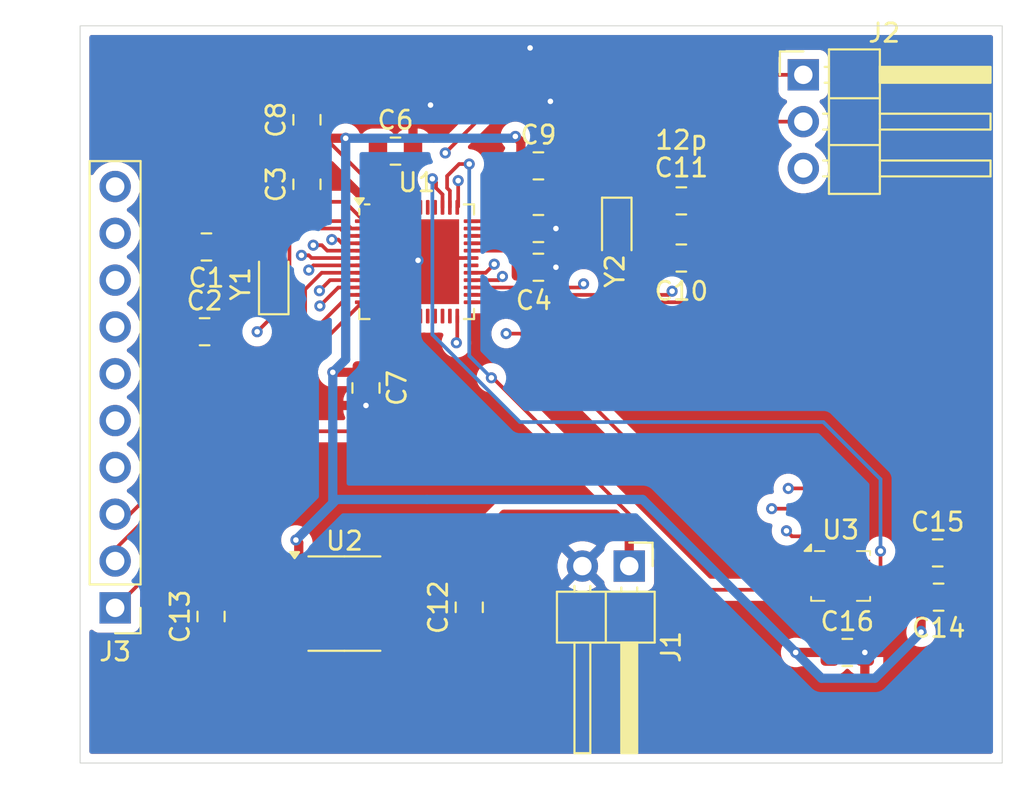
<source format=kicad_pcb>
(kicad_pcb (version 20241229) (generator "pcbnew") (generator_version "9.0")
  (layers (0 "F.Cu" signal) (4 "In1.Cu" signal) (6 "In2.Cu" signal) (2 "B.Cu" signal) (13 "F.Paste" user) (15 "B.Paste" user) (5 "F.SilkS" user "F.Silkscreen") (7 "B.SilkS" user "B.Silkscreen") (1 "F.Mask" user) (3 "B.Mask" user) (25 "Edge.Cuts" user))
  (net 0 "")
  (net 1 "GND")
  (net 2 "Net-(U1-P0.00{slash}XL1)")
  (net 3 "Net-(U1-P0.01{slash}XL2)")
  (net 4 "Net-(U1-DEC1)")
  (net 5 "Net-(U1-DEC2)")
  (net 6 "Net-(U1-DEC3)")
  (net 7 "Net-(U1-DEC4)")
  (net 8 "VDD")
  (net 9 "/crystal1")
  (net 10 "/crystal2")
  (net 11 "Net-(J1-Pin_1)")
  (net 12 "Net-(J2-Pin_1)")
  (net 13 "Net-(J2-Pin_3)")
  (net 14 "Net-(J2-Pin_2)")
  (net 15 "Net-(J3-Pin_3)")
  (net 16 "Net-(J3-Pin_2)")
  (net 17 "Net-(J3-Pin_9)")
  (net 18 "Net-(J3-Pin_8)")
  (net 19 "Net-(J3-Pin_6)")
  (net 20 "Net-(J3-Pin_1)")
  (net 21 "Net-(J3-Pin_4)")
  (net 22 "Net-(J3-Pin_7)")
  (net 23 "Net-(J3-Pin_5)")
  (net 24 "Net-(J3-Pin_10)")
  (net 34 "Net-(U1-P0.23)")
  (net 35 "Net-(U1-P0.22)")
  (net 36 "/imu_int2")
  (net 42 "Net-(U1-P0.25)")
  (net 43 "Net-(U1-P0.24)")
  (net 45 "/imu_int1")
  (footprint "Capacitor_SMD:C_0805_2012Metric" (layer "F.Cu") (at 166.25 81.1 180)
    (property "Reference" "C14" (at 0 -1.68 0) (layer "F.SilkS"))
    (property "Value" "2.2u")
    (fp_line (start -0.261252 0.735) (end 0.261252 0.735) (stroke (width 0.12)) (layer "F.SilkS"))
    (fp_line (start -0.261252 -0.735) (end 0.261252 -0.735) (stroke (width 0.12)) (layer "F.SilkS"))
    (pad "1" smd roundrect (at -0.95 0 180) (size 1 1.45) (layers "F.Cu" "F.Mask" "F.Paste") (net 1 "GND"))
    (pad "2" smd roundrect (at 0.95 0 180) (size 1 1.45) (layers "F.Cu" "F.Mask" "F.Paste") (net 8 "VDD"))
  )
  (footprint "Connector_PinHeader_2.54mm:PinHeader_1x10_P2.54mm_Vertical" (layer "F.Cu") (at 121.6 81.68 180)
    (property "Reference" "J3" (at 0 -2.38 0) (layer "F.SilkS"))
    (property "Value" "Conn_01x10_Pin")
    (fp_line (start 1.38 1.27) (end 1.38 24.24) (stroke (width 0.12)) (layer "F.SilkS"))
    (fp_line (start -1.38 24.24) (end 1.38 24.24) (stroke (width 0.12)) (layer "F.SilkS"))
    (fp_line (start -1.38 1.27) (end 1.38 1.27) (stroke (width 0.12)) (layer "F.SilkS"))
    (fp_line (start -1.38 1.27) (end -1.38 24.24) (stroke (width 0.12)) (layer "F.SilkS"))
    (fp_line (start -1.38 0) (end -1.38 -1.38) (stroke (width 0.12)) (layer "F.SilkS"))
    (fp_line (start -1.38 -1.38) (end 0 -1.38) (stroke (width 0.12)) (layer "F.SilkS"))
    (pad "1" thru_hole rect (at 0 0 180) (size 1.7 1.7) (drill 1) (layers "*.Cu" "*.Mask") (net 20 "Net-(J3-Pin_1)"))
    (pad "2" thru_hole circle (at 0 2.54 180) (size 1.7 1.7) (drill 1) (layers "*.Cu" "*.Mask") (net 16 "Net-(J3-Pin_2)"))
    (pad "3" thru_hole circle (at 0 5.08 180) (size 1.7 1.7) (drill 1) (layers "*.Cu" "*.Mask") (net 15 "Net-(J3-Pin_3)"))
    (pad "4" thru_hole circle (at 0 7.62 180) (size 1.7 1.7) (drill 1) (layers "*.Cu" "*.Mask") (net 21 "Net-(J3-Pin_4)"))
    (pad "5" thru_hole circle (at 0 10.16 180) (size 1.7 1.7) (drill 1) (layers "*.Cu" "*.Mask") (net 23 "Net-(J3-Pin_5)"))
    (pad "6" thru_hole circle (at 0 12.7 180) (size 1.7 1.7) (drill 1) (layers "*.Cu" "*.Mask") (net 19 "Net-(J3-Pin_6)"))
    (pad "7" thru_hole circle (at 0 15.24 180) (size 1.7 1.7) (drill 1) (layers "*.Cu" "*.Mask") (net 22 "Net-(J3-Pin_7)"))
    (pad "8" thru_hole circle (at 0 17.78 180) (size 1.7 1.7) (drill 1) (layers "*.Cu" "*.Mask") (net 18 "Net-(J3-Pin_8)"))
    (pad "9" thru_hole circle (at 0 20.32 180) (size 1.7 1.7) (drill 1) (layers "*.Cu" "*.Mask") (net 17 "Net-(J3-Pin_9)"))
    (pad "10" thru_hole circle (at 0 22.86 180) (size 1.7 1.7) (drill 1) (layers "*.Cu" "*.Mask") (net 24 "Net-(J3-Pin_10)"))
  )
  (footprint "Capacitor_SMD:C_0805_2012Metric" (layer "F.Cu") (at 132 58.7 90)
    (property "Reference" "C3" (at 0 -1.68 90) (layer "F.SilkS"))
    (property "Value" "100n")
    (fp_line (start -0.261252 -0.735) (end 0.261252 -0.735) (stroke (width 0.12)) (layer "F.SilkS"))
    (fp_line (start -0.261252 0.735) (end 0.261252 0.735) (stroke (width 0.12)) (layer "F.SilkS"))
    (pad "1" smd roundrect (at -0.95 0 90) (size 1 1.45) (layers "F.Cu" "F.Mask" "F.Paste") (net 4 "Net-(U1-DEC1)"))
    (pad "2" smd roundrect (at 0.95 0 90) (size 1 1.45) (layers "F.Cu" "F.Mask" "F.Paste") (net 1 "GND"))
  )
  (footprint "Crystal:Crystal_SMD_2012-2Pin_2.0x1.2mm_HandSoldering" (layer "F.Cu") (at 148.8 61.075 -90)
    (property "Reference" "Y2" (at 2.325 0.1 90) (layer "F.SilkS"))
    (property "Value" "32Mz")
    (fp_line (start -1.65 0.8) (end 1.2 0.8) (stroke (width 0.12)) (layer "F.SilkS"))
    (fp_line (start -1.65 -0.8) (end -1.65 0.8) (stroke (width 0.12)) (layer "F.SilkS"))
    (fp_line (start 1.2 -0.8) (end -1.65 -0.8) (stroke (width 0.12)) (layer "F.SilkS"))
    (pad "1" smd rect (at -0.925 0 270) (size 1.05 1.1) (layers "F.Cu" "F.Mask" "F.Paste") (net 10 "/crystal2"))
    (pad "2" smd rect (at 0.925 0 270) (size 1.05 1.1) (layers "F.Cu" "F.Mask" "F.Paste") (net 9 "/crystal1"))
  )
  (footprint "Capacitor_SMD:C_0805_2012Metric" (layer "F.Cu") (at 166.2 78.7)
    (property "Reference" "C15" (at 0 -1.68 0) (layer "F.SilkS"))
    (property "Value" "100n")
    (fp_line (start -0.261252 -0.735) (end 0.261252 -0.735) (stroke (width 0.12)) (layer "F.SilkS"))
    (fp_line (start -0.261252 0.735) (end 0.261252 0.735) (stroke (width 0.12)) (layer "F.SilkS"))
    (pad "1" smd roundrect (at -0.95 0) (size 1 1.45) (layers "F.Cu" "F.Mask" "F.Paste") (net 8 "VDD"))
    (pad "2" smd roundrect (at 0.95 0) (size 1 1.45) (layers "F.Cu" "F.Mask" "F.Paste") (net 1 "GND"))
  )
  (footprint "Capacitor_SMD:C_0805_2012Metric" (layer "F.Cu") (at 136.8 56.9)
    (property "Reference" "C6" (at 0 -1.68 0) (layer "F.SilkS"))
    (property "Value" "1u")
    (fp_line (start -0.261252 -0.735) (end 0.261252 -0.735) (stroke (width 0.12)) (layer "F.SilkS"))
    (fp_line (start -0.261252 0.735) (end 0.261252 0.735) (stroke (width 0.12)) (layer "F.SilkS"))
    (pad "1" smd roundrect (at -0.95 0) (size 1 1.45) (layers "F.Cu" "F.Mask" "F.Paste") (net 7 "Net-(U1-DEC4)"))
    (pad "2" smd roundrect (at 0.95 0) (size 1 1.45) (layers "F.Cu" "F.Mask" "F.Paste") (net 1 "GND"))
  )
  (footprint "Capacitor_SMD:C_0805_2012Metric" (layer "F.Cu") (at 144.55 61.1)
    (property "Reference" "C5" (hide yes))
    (property "Value" "100p")
    (fp_line (start -0.261252 -0.735) (end 0.261252 -0.735) (stroke (width 0.12)) (layer "F.SilkS"))
    (fp_line (start -0.261252 0.735) (end 0.261252 0.735) (stroke (width 0.12)) (layer "F.SilkS"))
    (pad "1" smd roundrect (at -0.95 0) (size 1 1.45) (layers "F.Cu" "F.Mask" "F.Paste") (net 6 "Net-(U1-DEC3)"))
    (pad "2" smd roundrect (at 0.95 0) (size 1 1.45) (layers "F.Cu" "F.Mask" "F.Paste") (net 1 "GND"))
  )
  (footprint "Connector_PinHeader_2.54mm:PinHeader_1x02_P2.54mm_Horizontal" (layer "F.Cu") (at 149.475 79.415 -90)
    (property "Reference" "J1" (at 4.385 -2.27 90) (layer "F.SilkS"))
    (property "Value" "Conn_01x02_Pin")
    (fp_line (start 1.39 3.92) (end 4.15 3.92) (stroke (width 0.12)) (layer "F.SilkS"))
    (fp_line (start 4.15 3.92) (end 4.15 -1.38) (stroke (width 0.12)) (layer "F.SilkS"))
    (fp_line (start 1.077358 2.97) (end 1.39 2.97) (stroke (width 0.12)) (layer "F.SilkS"))
    (fp_line (start 10.15 2.97) (end 4.15 2.97) (stroke (width 0.12)) (layer "F.SilkS"))
    (fp_line (start 1.077358 2.11) (end 1.39 2.11) (stroke (width 0.12)) (layer "F.SilkS"))
    (fp_line (start 4.15 2.11) (end 10.15 2.11) (stroke (width 0.12)) (layer "F.SilkS"))
    (fp_line (start 10.15 2.11) (end 10.15 2.97) (stroke (width 0.12)) (layer "F.SilkS"))
    (fp_line (start 1.39 1.27) (end 4.15 1.27) (stroke (width 0.12)) (layer "F.SilkS"))
    (fp_line (start 1.16 0.43) (end 1.39 0.43) (stroke (width 0.12)) (layer "F.SilkS"))
    (fp_line (start -1.27 0) (end -1.27 -1.27) (stroke (width 0.12)) (layer "F.SilkS"))
    (fp_line (start 1.16 -0.43) (end 1.39 -0.43) (stroke (width 0.12)) (layer "F.SilkS"))
    (fp_line (start -1.27 -1.27) (end 0 -1.27) (stroke (width 0.12)) (layer "F.SilkS"))
    (fp_line (start 1.39 -1.38) (end 1.39 3.92) (stroke (width 0.12)) (layer "F.SilkS"))
    (fp_line (start 4.15 -1.38) (end 1.39 -1.38) (stroke (width 0.12)) (layer "F.SilkS"))
    (fp_rect (start 4.15 -0.43) (end 10.15 0.43) (stroke (width 0.12)) (fill yes) (layer "F.SilkS"))
    (pad "1" thru_hole rect (at 0 0 270) (size 1.7 1.7) (drill 1) (layers "*.Cu" "*.Mask") (net 11 "Net-(J1-Pin_1)"))
    (pad "2" thru_hole circle (at 0 2.54 270) (size 1.7 1.7) (drill 1) (layers "*.Cu" "*.Mask") (net 1 "GND"))
  )
  (footprint "Crystal:Crystal_SMD_2012-2Pin_2.0x1.2mm_HandSoldering" (layer "F.Cu") (at 130.2 64.1 90)
    (property "Reference" "Y1" (at 0 -1.8 90) (layer "F.SilkS"))
    (property "Value" "32.768k")
    (fp_line (start 1.2 -0.8) (end -1.65 -0.8) (stroke (width 0.12)) (layer "F.SilkS"))
    (fp_line (start -1.65 -0.8) (end -1.65 0.8) (stroke (width 0.12)) (layer "F.SilkS"))
    (fp_line (start -1.65 0.8) (end 1.2 0.8) (stroke (width 0.12)) (layer "F.SilkS"))
    (pad "1" smd rect (at -0.925 0 90) (size 1.05 1.1) (layers "F.Cu" "F.Mask" "F.Paste") (net 3 "Net-(U1-P0.01{slash}XL2)"))
    (pad "2" smd rect (at 0.925 0 90) (size 1.05 1.1) (layers "F.Cu" "F.Mask" "F.Paste") (net 2 "Net-(U1-P0.00{slash}XL1)"))
  )
  (footprint "Package_LGA:Bosch_LGA-14_3x2.5mm_P0.5mm" (layer "F.Cu") (at 160.9375 79.95)
    (property "Reference" "U3" (at 0 -2.5 0) (layer "F.SilkS"))
    (property "Value" "IIM-42652")
    (fp_line (start -1.6 1.35) (end -1.6 1.13) (stroke (width 0.1)) (layer "F.SilkS"))
    (fp_line (start -1.6 1.35) (end -0.88 1.35) (stroke (width 0.1)) (layer "F.SilkS"))
    (fp_line (start -1.4 -1.35) (end -0.88 -1.35) (stroke (width 0.1)) (layer "F.SilkS"))
    (fp_line (start 0.88 -1.35) (end 1.6 -1.35) (stroke (width 0.1)) (layer "F.SilkS"))
    (fp_line (start 1.6 -1.35) (end 1.6 -1.13) (stroke (width 0.1)) (layer "F.SilkS"))
    (fp_line (start 1.6 1.13) (end 1.6 1.35) (stroke (width 0.1)) (layer "F.SilkS"))
    (fp_line (start 1.6 1.35) (end 0.88 1.35) (stroke (width 0.1)) (layer "F.SilkS"))
    (fp_poly (pts (xy -1.6 -1.35) (xy -1.96 -1.35) (xy -1.6 -1.71) (xy -1.6 -1.35)) (stroke (width 0.1)) (fill yes) (layer "F.SilkS"))
    (pad "1" smd rect (at -1.2625 -0.75) (size 0.675 0.25) (layers "F.Cu" "F.Mask" "F.Paste") (net 42 "Net-(U1-P0.25)"))
    (pad "2" smd rect (at -1.2625 -0.25) (size 0.675 0.25) (layers "F.Cu" "F.Mask" "F.Paste"))
    (pad "3" smd rect (at -1.2625 0.25) (size 0.675 0.25) (layers "F.Cu" "F.Mask" "F.Paste"))
    (pad "4" smd rect (at -1.2625 0.75) (size 0.675 0.25) (layers "F.Cu" "F.Mask" "F.Paste") (net 45 "/imu_int1"))
    (pad "5" smd rect (at -0.5 1.0125) (size 0.25 0.675) (layers "F.Cu" "F.Mask" "F.Paste") (net 8 "VDD"))
    (pad "6" smd rect (at 0 1.0125) (size 0.25 0.675) (layers "F.Cu" "F.Mask" "F.Paste") (net 1 "GND"))
    (pad "7" smd rect (at 0.5 1.0125) (size 0.25 0.675) (layers "F.Cu" "F.Mask" "F.Paste") (net 1 "GND"))
    (pad "8" smd rect (at 1.2625 0.75) (size 0.675 0.25) (layers "F.Cu" "F.Mask" "F.Paste") (net 8 "VDD"))
    (pad "9" smd rect (at 1.2625 0.25) (size 0.675 0.25) (layers "F.Cu" "F.Mask" "F.Paste") (net 36 "/imu_int2"))
    (pad "10" smd rect (at 1.2625 -0.25) (size 0.675 0.25) (layers "F.Cu" "F.Mask" "F.Paste"))
    (pad "11" smd rect (at 1.2625 -0.75) (size 0.675 0.25) (layers "F.Cu" "F.Mask" "F.Paste"))
    (pad "12" smd rect (at 0.5 -1.0125) (size 0.25 0.675) (layers "F.Cu" "F.Mask" "F.Paste") (net 35 "Net-(U1-P0.22)"))
    (pad "13" smd rect (at 0 -1.0125) (size 0.25 0.675) (layers "F.Cu" "F.Mask" "F.Paste") (net 43 "Net-(U1-P0.24)"))
    (pad "14" smd rect (at -0.5 -1.0125) (size 0.25 0.675) (layers "F.Cu" "F.Mask" "F.Paste") (net 34 "Net-(U1-P0.23)"))
  )
  (footprint "Capacitor_SMD:C_0805_2012Metric" (layer "F.Cu") (at 144.55 57.7)
    (property "Reference" "C9" (at 0 -1.68 0) (layer "F.SilkS"))
    (property "Value" "100n")
    (fp_line (start -0.261252 -0.735) (end 0.261252 -0.735) (stroke (width 0.12)) (layer "F.SilkS"))
    (fp_line (start -0.261252 0.735) (end 0.261252 0.735) (stroke (width 0.12)) (layer "F.SilkS"))
    (pad "1" smd roundrect (at -0.95 0) (size 1 1.45) (layers "F.Cu" "F.Mask" "F.Paste") (net 8 "VDD"))
    (pad "2" smd roundrect (at 0.95 0) (size 1 1.45) (layers "F.Cu" "F.Mask" "F.Paste") (net 1 "GND"))
  )
  (footprint "Capacitor_SMD:C_0805_2012Metric" (layer "F.Cu") (at 126.45 66.7)
    (property "Reference" "C2" (at 0 -1.68 0) (layer "F.SilkS"))
    (property "Value" "12p")
    (fp_line (start -0.261252 -0.735) (end 0.261252 -0.735) (stroke (width 0.12)) (layer "F.SilkS"))
    (fp_line (start -0.261252 0.735) (end 0.261252 0.735) (stroke (width 0.12)) (layer "F.SilkS"))
    (pad "1" smd roundrect (at -0.95 0) (size 1 1.45) (layers "F.Cu" "F.Mask" "F.Paste") (net 1 "GND"))
    (pad "2" smd roundrect (at 0.95 0) (size 1 1.45) (layers "F.Cu" "F.Mask" "F.Paste") (net 3 "Net-(U1-P0.01{slash}XL2)"))
  )
  (footprint "Connector_PinHeader_2.54mm:PinHeader_1x03_P2.54mm_Horizontal" (layer "F.Cu") (at 158.915 52.76)
    (property "Reference" "J2" (at 4.385 -2.27 0) (layer "F.SilkS"))
    (property "Value" "Conn_01x03_Pin")
    (fp_line (start -1.27 -1.27) (end 0 -1.27) (stroke (width 0.12)) (layer "F.SilkS"))
    (fp_line (start -1.27 0) (end -1.27 -1.27) (stroke (width 0.12)) (layer "F.SilkS"))
    (fp_line (start 1.077358 2.11) (end 1.39 2.11) (stroke (width 0.12)) (layer "F.SilkS"))
    (fp_line (start 1.077358 2.97) (end 1.39 2.97) (stroke (width 0.12)) (layer "F.SilkS"))
    (fp_line (start 1.077358 4.65) (end 1.39 4.65) (stroke (width 0.12)) (layer "F.SilkS"))
    (fp_line (start 1.077358 5.51) (end 1.39 5.51) (stroke (width 0.12)) (layer "F.SilkS"))
    (fp_line (start 1.16 -0.43) (end 1.39 -0.43) (stroke (width 0.12)) (layer "F.SilkS"))
    (fp_line (start 1.16 0.43) (end 1.39 0.43) (stroke (width 0.12)) (layer "F.SilkS"))
    (fp_line (start 1.39 -1.38) (end 1.39 6.46) (stroke (width 0.12)) (layer "F.SilkS"))
    (fp_line (start 1.39 1.27) (end 4.15 1.27) (stroke (width 0.12)) (layer "F.SilkS"))
    (fp_line (start 1.39 3.81) (end 4.15 3.81) (stroke (width 0.12)) (layer "F.SilkS"))
    (fp_line (start 1.39 6.46) (end 4.15 6.46) (stroke (width 0.12)) (layer "F.SilkS"))
    (fp_line (start 4.15 -1.38) (end 1.39 -1.38) (stroke (width 0.12)) (layer "F.SilkS"))
    (fp_line (start 4.15 2.11) (end 10.15 2.11) (stroke (width 0.12)) (layer "F.SilkS"))
    (fp_line (start 4.15 4.65) (end 10.15 4.65) (stroke (width 0.12)) (layer "F.SilkS"))
    (fp_line (start 4.15 6.46) (end 4.15 -1.38) (stroke (width 0.12)) (layer "F.SilkS"))
    (fp_line (start 10.15 2.11) (end 10.15 2.97) (stroke (width 0.12)) (layer "F.SilkS"))
    (fp_line (start 10.15 2.97) (end 4.15 2.97) (stroke (width 0.12)) (layer "F.SilkS"))
    (fp_line (start 10.15 4.65) (end 10.15 5.51) (stroke (width 0.12)) (layer "F.SilkS"))
    (fp_line (start 10.15 5.51) (end 4.15 5.51) (stroke (width 0.12)) (layer "F.SilkS"))
    (fp_rect (start 4.15 -0.43) (end 10.15 0.43) (stroke (width 0.12)) (fill yes) (layer "F.SilkS"))
    (pad "1" thru_hole rect (at 0 0) (size 1.7 1.7) (drill 1) (layers "*.Cu" "*.Mask") (net 12 "Net-(J2-Pin_1)"))
    (pad "2" thru_hole circle (at 0 2.54) (size 1.7 1.7) (drill 1) (layers "*.Cu" "*.Mask") (net 14 "Net-(J2-Pin_2)"))
    (pad "3" thru_hole circle (at 0 5.08) (size 1.7 1.7) (drill 1) (layers "*.Cu" "*.Mask") (net 13 "Net-(J2-Pin_3)"))
  )
  (footprint "Package_SO:SOIC-8-1EP_3.9x4.9mm_P1.27mm_EP2.29x3mm" (layer "F.Cu") (at 134.03 81.45)
    (property "Reference" "U2" (at 0 -3.4 0) (layer "F.SilkS"))
    (property "Value" "ADP7142ARDZ-3.3")
    (fp_line (start 0 -2.56) (end -1.95 -2.56) (stroke (width 0.12)) (layer "F.SilkS"))
    (fp_line (start 0 -2.56) (end 1.95 -2.56) (stroke (width 0.12)) (layer "F.SilkS"))
    (fp_line (start 0 2.56) (end -1.95 2.56) (stroke (width 0.12)) (layer "F.SilkS"))
    (fp_line (start 0 2.56) (end 1.95 2.56) (stroke (width 0.12)) (layer "F.SilkS"))
    (fp_poly (pts (xy -2.7 -2.465) (xy -2.94 -2.795) (xy -2.46 -2.795)) (stroke (width 0.12)) (fill yes) (layer "F.SilkS"))
    (pad "1" smd roundrect (at -2.475 -1.905) (size 1.95 0.6) (layers "F.Cu" "F.Mask" "F.Paste") (net 8 "VDD"))
    (pad "2" smd roundrect (at -2.475 -0.635) (size 1.95 0.6) (layers "F.Cu" "F.Mask" "F.Paste") (net 8 "VDD"))
    (pad "3" smd roundrect (at -2.475 0.635) (size 1.95 0.6) (layers "F.Cu" "F.Mask" "F.Paste") (net 8 "VDD"))
    (pad "4" smd roundrect (at -2.475 1.905) (size 1.95 0.6) (layers "F.Cu" "F.Mask" "F.Paste") (net 1 "GND"))
    (pad "5" smd roundrect (at 2.475 1.905) (size 1.95 0.6) (layers "F.Cu" "F.Mask" "F.Paste") (net 11 "Net-(J1-Pin_1)"))
    (pad "6" smd roundrect (at 2.475 0.635) (size 1.95 0.6) (layers "F.Cu" "F.Mask" "F.Paste"))
    (pad "7" smd roundrect (at 2.475 -0.635) (size 1.95 0.6) (layers "F.Cu" "F.Mask" "F.Paste") (net 11 "Net-(J1-Pin_1)"))
    (pad "8" smd roundrect (at 2.475 -1.905) (size 1.95 0.6) (layers "F.Cu" "F.Mask" "F.Paste") (net 11 "Net-(J1-Pin_1)"))
    (pad "9" smd rect (at 0 0) (size 2.29 3) (property pad_prop_heatsink) (layers "F.Cu" "F.Mask") (net 1 "GND"))
  )
  (footprint "Capacitor_SMD:C_0805_2012Metric" (layer "F.Cu") (at 152.3 59.6 180)
    (property "Reference" "C11" (at 0 1.8 0) (layer "F.SilkS"))
    (property "Value" "12p" (at 0 3.3 0) (layer "F.SilkS"))
    (fp_line (start -0.261252 0.735) (end 0.261252 0.735) (stroke (width 0.12)) (layer "F.SilkS"))
    (fp_line (start -0.261252 -0.735) (end 0.261252 -0.735) (stroke (width 0.12)) (layer "F.SilkS"))
    (pad "1" smd roundrect (at -0.95 0 180) (size 1 1.45) (layers "F.Cu" "F.Mask" "F.Paste") (net 1 "GND"))
    (pad "2" smd roundrect (at 0.95 0 180) (size 1 1.45) (layers "F.Cu" "F.Mask" "F.Paste") (net 10 "/crystal2"))
  )
  (footprint "Capacitor_SMD:C_0805_2012Metric" (layer "F.Cu") (at 135.2 69.75 -90)
    (property "Reference" "C7" (at 0 -1.68 90) (layer "F.SilkS"))
    (property "Value" "4.7u")
    (fp_line (start -0.261252 0.735) (end 0.261252 0.735) (stroke (width 0.12)) (layer "F.SilkS"))
    (fp_line (start -0.261252 -0.735) (end 0.261252 -0.735) (stroke (width 0.12)) (layer "F.SilkS"))
    (pad "1" smd roundrect (at -0.95 0 270) (size 1 1.45) (layers "F.Cu" "F.Mask" "F.Paste") (net 8 "VDD"))
    (pad "2" smd roundrect (at 0.95 0 270) (size 1 1.45) (layers "F.Cu" "F.Mask" "F.Paste") (net 1 "GND"))
  )
  (footprint "Capacitor_SMD:C_0805_2012Metric" (layer "F.Cu") (at 152.3 62.7)
    (property "Reference" "C10" (at 0 1.8 0) (layer "F.SilkS"))
    (property "Value" "12p")
    (fp_line (start -0.261252 -0.735) (end 0.261252 -0.735) (stroke (width 0.12)) (layer "F.SilkS"))
    (fp_line (start -0.261252 0.735) (end 0.261252 0.735) (stroke (width 0.12)) (layer "F.SilkS"))
    (pad "1" smd roundrect (at -0.95 0) (size 1 1.45) (layers "F.Cu" "F.Mask" "F.Paste") (net 9 "/crystal1"))
    (pad "2" smd roundrect (at 0.95 0) (size 1 1.45) (layers "F.Cu" "F.Mask" "F.Paste") (net 1 "GND"))
  )
  (footprint "Capacitor_SMD:C_0805_2012Metric" (layer "F.Cu") (at 140.8 81.65 90)
    (property "Reference" "C12" (at 0 -1.68 90) (layer "F.SilkS"))
    (property "Value" "2.2u")
    (fp_line (start -0.261252 -0.735) (end 0.261252 -0.735) (stroke (width 0.12)) (layer "F.SilkS"))
    (fp_line (start -0.261252 0.735) (end 0.261252 0.735) (stroke (width 0.12)) (layer "F.SilkS"))
    (pad "1" smd roundrect (at -0.95 0 90) (size 1 1.45) (layers "F.Cu" "F.Mask" "F.Paste") (net 1 "GND"))
    (pad "2" smd roundrect (at 0.95 0 90) (size 1 1.45) (layers "F.Cu" "F.Mask" "F.Paste") (net 11 "Net-(J1-Pin_1)"))
  )
  (footprint "Capacitor_SMD:C_0805_2012Metric" (layer "F.Cu") (at 126.8 82.15 90)
    (property "Reference" "C13" (at 0 -1.68 90) (layer "F.SilkS"))
    (property "Value" "2.2u")
    (fp_line (start -0.261252 -0.735) (end 0.261252 -0.735) (stroke (width 0.12)) (layer "F.SilkS"))
    (fp_line (start -0.261252 0.735) (end 0.261252 0.735) (stroke (width 0.12)) (layer "F.SilkS"))
    (pad "1" smd roundrect (at -0.95 0 90) (size 1 1.45) (layers "F.Cu" "F.Mask" "F.Paste") (net 1 "GND"))
    (pad "2" smd roundrect (at 0.95 0 90) (size 1 1.45) (layers "F.Cu" "F.Mask" "F.Paste") (net 8 "VDD"))
  )
  (footprint "Capacitor_SMD:C_0805_2012Metric" (layer "F.Cu") (at 126.55 62.1 180)
    (property "Reference" "C1" (at 0 -1.68 0) (layer "F.SilkS"))
    (property "Value" "12p")
    (fp_line (start -0.261252 0.735) (end 0.261252 0.735) (stroke (width 0.12)) (layer "F.SilkS"))
    (fp_line (start -0.261252 -0.735) (end 0.261252 -0.735) (stroke (width 0.12)) (layer "F.SilkS"))
    (pad "1" smd roundrect (at -0.95 0 180) (size 1 1.45) (layers "F.Cu" "F.Mask" "F.Paste") (net 2 "Net-(U1-P0.00{slash}XL1)"))
    (pad "2" smd roundrect (at 0.95 0 180) (size 1 1.45) (layers "F.Cu" "F.Mask" "F.Paste") (net 1 "GND"))
  )
  (footprint "Package_DFN_QFN:QFN-48-1EP_6x6mm_P0.4mm_EP4.6x4.6mm" (layer "F.Cu") (at 137.95 62.9)
    (property "Reference" "U1" (at 0 -4.3 0) (layer "F.SilkS"))
    (property "Value" "nRF52832-QFxx")
    (fp_line (start -3.11 -2.56) (end -3.11 -2.87) (stroke (width 0.12)) (layer "F.SilkS"))
    (fp_line (start -3.11 3.11) (end -3.11 2.56) (stroke (width 0.12)) (layer "F.SilkS"))
    (fp_line (start -2.56 -3.11) (end -2.81 -3.11) (stroke (width 0.12)) (layer "F.SilkS"))
    (fp_line (start -2.56 3.11) (end -3.11 3.11) (stroke (width 0.12)) (layer "F.SilkS"))
    (fp_line (start 2.56 -3.11) (end 3.11 -3.11) (stroke (width 0.12)) (layer "F.SilkS"))
    (fp_line (start 2.56 3.11) (end 3.11 3.11) (stroke (width 0.12)) (layer "F.SilkS"))
    (fp_line (start 3.11 -3.11) (end 3.11 -2.56) (stroke (width 0.12)) (layer "F.SilkS"))
    (fp_line (start 3.11 3.11) (end 3.11 2.56) (stroke (width 0.12)) (layer "F.SilkS"))
    (fp_poly (pts (xy -3.11 -3.11) (xy -3.35 -3.44) (xy -2.87 -3.44)) (stroke (width 0.12)) (fill yes) (layer "F.SilkS"))
    (pad "1" smd roundrect (at -2.95 -2.2) (size 0.8 0.2) (layers "F.Cu" "F.Mask" "F.Paste") (net 4 "Net-(U1-DEC1)"))
    (pad "2" smd roundrect (at -2.95 -1.8) (size 0.8 0.2) (layers "F.Cu" "F.Mask" "F.Paste") (net 2 "Net-(U1-P0.00{slash}XL1)"))
    (pad "3" smd roundrect (at -2.95 -1.4) (size 0.8 0.2) (layers "F.Cu" "F.Mask" "F.Paste") (net 3 "Net-(U1-P0.01{slash}XL2)"))
    (pad "4" smd roundrect (at -2.95 -1) (size 0.8 0.2) (layers "F.Cu" "F.Mask" "F.Paste") (net 24 "Net-(J3-Pin_10)"))
    (pad "5" smd roundrect (at -2.95 -0.6) (size 0.8 0.2) (layers "F.Cu" "F.Mask" "F.Paste") (net 17 "Net-(J3-Pin_9)"))
    (pad "6" smd roundrect (at -2.95 -0.2) (size 0.8 0.2) (layers "F.Cu" "F.Mask" "F.Paste") (net 18 "Net-(J3-Pin_8)"))
    (pad "7" smd roundrect (at -2.95 0.2) (size 0.8 0.2) (layers "F.Cu" "F.Mask" "F.Paste") (net 22 "Net-(J3-Pin_7)"))
    (pad "8" smd roundrect (at -2.95 0.6) (size 0.8 0.2) (layers "F.Cu" "F.Mask" "F.Paste") (net 19 "Net-(J3-Pin_6)"))
    (pad "9" smd roundrect (at -2.95 1) (size 0.8 0.2) (layers "F.Cu" "F.Mask" "F.Paste") (net 23 "Net-(J3-Pin_5)"))
    (pad "10" smd roundrect (at -2.95 1.4) (size 0.8 0.2) (layers "F.Cu" "F.Mask" "F.Paste") (net 21 "Net-(J3-Pin_4)"))
    (pad "11" smd roundrect (at -2.95 1.8) (size 0.8 0.2) (layers "F.Cu" "F.Mask" "F.Paste") (net 15 "Net-(J3-Pin_3)"))
    (pad "12" smd roundrect (at -2.95 2.2) (size 0.8 0.2) (layers "F.Cu" "F.Mask" "F.Paste") (net 16 "Net-(J3-Pin_2)"))
    (pad "13" smd roundrect (at -2.2 2.95) (size 0.2 0.8) (layers "F.Cu" "F.Mask" "F.Paste") (net 8 "VDD"))
    (pad "14" smd roundrect (at -1.8 2.95) (size 0.2 0.8) (layers "F.Cu" "F.Mask" "F.Paste") (net 20 "Net-(J3-Pin_1)"))
    (pad "15" smd roundrect (at -1.4 2.95) (size 0.2 0.8) (layers "F.Cu" "F.Mask" "F.Paste"))
    (pad "16" smd roundrect (at -1 2.95) (size 0.2 0.8) (layers "F.Cu" "F.Mask" "F.Paste"))
    (pad "17" smd roundrect (at -0.6 2.95) (size 0.2 0.8) (layers "F.Cu" "F.Mask" "F.Paste"))
    (pad "18" smd roundrect (at -0.2 2.95) (size 0.2 0.8) (layers "F.Cu" "F.Mask" "F.Paste"))
    (pad "19" smd roundrect (at 0.2 2.95) (size 0.2 0.8) (layers "F.Cu" "F.Mask" "F.Paste"))
    (pad "20" smd roundrect (at 0.6 2.95) (size 0.2 0.8) (layers "F.Cu" "F.Mask" "F.Paste"))
    (pad "21" smd roundrect (at 1 2.95) (size 0.2 0.8) (layers "F.Cu" "F.Mask" "F.Paste"))
    (pad "22" smd roundrect (at 1.4 2.95) (size 0.2 0.8) (layers "F.Cu" "F.Mask" "F.Paste"))
    (pad "23" smd roundrect (at 1.8 2.95) (size 0.2 0.8) (layers "F.Cu" "F.Mask" "F.Paste"))
    (pad "24" smd roundrect (at 2.2 2.95) (size 0.2 0.8) (layers "F.Cu" "F.Mask" "F.Paste") (net 12 "Net-(J2-Pin_1)"))
    (pad "25" smd roundrect (at 2.95 2.2) (size 0.8 0.2) (layers "F.Cu" "F.Mask" "F.Paste") (net 14 "Net-(J2-Pin_2)"))
    (pad "26" smd roundrect (at 2.95 1.8) (size 0.8 0.2) (layers "F.Cu" "F.Mask" "F.Paste") (net 13 "Net-(J2-Pin_3)"))
    (pad "27" smd roundrect (at 2.95 1.4) (size 0.8 0.2) (layers "F.Cu" "F.Mask" "F.Paste") (net 35 "Net-(U1-P0.22)"))
    (pad "28" smd roundrect (at 2.95 1) (size 0.8 0.2) (layers "F.Cu" "F.Mask" "F.Paste") (net 34 "Net-(U1-P0.23)"))
    (pad "29" smd roundrect (at 2.95 0.6) (size 0.8 0.2) (layers "F.Cu" "F.Mask" "F.Paste") (net 43 "Net-(U1-P0.24)"))
    (pad "30" smd roundrect (at 2.95 0.2) (size 0.8 0.2) (layers "F.Cu" "F.Mask" "F.Paste"))
    (pad "31" smd roundrect (at 2.95 -0.2) (size 0.8 0.2) (layers "F.Cu" "F.Mask" "F.Paste") (net 1 "GND"))
    (pad "32" smd roundrect (at 2.95 -0.6) (size 0.8 0.2) (layers "F.Cu" "F.Mask" "F.Paste") (net 5 "Net-(U1-DEC2)"))
    (pad "33" smd roundrect (at 2.95 -1) (size 0.8 0.2) (layers "F.Cu" "F.Mask" "F.Paste") (net 6 "Net-(U1-DEC3)"))
    (pad "34" smd roundrect (at 2.95 -1.4) (size 0.8 0.2) (layers "F.Cu" "F.Mask" "F.Paste") (net 9 "/crystal1"))
    (pad "35" smd roundrect (at 2.95 -1.8) (size 0.8 0.2) (layers "F.Cu" "F.Mask" "F.Paste") (net 10 "/crystal2"))
    (pad "36" smd roundrect (at 2.95 -2.2) (size 0.8 0.2) (layers "F.Cu" "F.Mask" "F.Paste") (net 8 "VDD"))
    (pad "37" smd roundrect (at 2.2 -2.95) (size 0.2 0.8) (layers "F.Cu" "F.Mask" "F.Paste") (net 42 "Net-(U1-P0.25)"))
    (pad "38" smd roundrect (at 1.8 -2.95) (size 0.2 0.8) (layers "F.Cu" "F.Mask" "F.Paste") (net 45 "/imu_int1"))
    (pad "39" smd roundrect (at 1.4 -2.95) (size 0.2 0.8) (layers "F.Cu" "F.Mask" "F.Paste") (net 36 "/imu_int2"))
    (pad "40" smd roundrect (at 1 -2.95) (size 0.2 0.8) (layers "F.Cu" "F.Mask" "F.Paste"))
    (pad "41" smd roundrect (at 0.6 -2.95) (size 0.2 0.8) (layers "F.Cu" "F.Mask" "F.Paste"))
    (pad "42" smd roundrect (at 0.2 -2.95) (size 0.2 0.8) (layers "F.Cu" "F.Mask" "F.Paste"))
    (pad "43" smd roundrect (at -0.2 -2.95) (size 0.2 0.8) (layers "F.Cu" "F.Mask" "F.Paste"))
    (pad "44" smd roundrect (at -0.6 -2.95) (size 0.2 0.8) (layers "F.Cu" "F.Mask" "F.Paste"))
    (pad "45" smd roundrect (at -1 -2.95) (size 0.2 0.8) (layers "F.Cu" "F.Mask" "F.Paste") (net 1 "GND"))
    (pad "46" smd roundrect (at -1.4 -2.95) (size 0.2 0.8) (layers "F.Cu" "F.Mask" "F.Paste") (net 7 "Net-(U1-DEC4)"))
    (pad "47" smd roundrect (at -1.8 -2.95) (size 0.2 0.8) (layers "F.Cu" "F.Mask" "F.Paste"))
    (pad "48" smd roundrect (at -2.2 -2.95) (size 0.2 0.8) (layers "F.Cu" "F.Mask" "F.Paste") (net 8 "VDD"))
    (pad "49" smd rect (at 0 0) (size 4.6 4.6) (property pad_prop_heatsink) (layers "F.Cu" "F.Mask") (net 1 "GND"))
  )
  (footprint "Capacitor_SMD:C_0805_2012Metric" (layer "F.Cu") (at 161.3 84.1)
    (property "Reference" "C16" (at 0 -1.68 0) (layer "F.SilkS"))
    (property "Value" "100n")
    (fp_line (start -0.261252 -0.735) (end 0.261252 -0.735) (stroke (width 0.12)) (layer "F.SilkS"))
    (fp_line (start -0.261252 0.735) (end 0.261252 0.735) (stroke (width 0.12)) (layer "F.SilkS"))
    (pad "1" smd roundrect (at -0.95 0) (size 1 1.45) (layers "F.Cu" "F.Mask" "F.Paste") (net 8 "VDD"))
    (pad "2" smd roundrect (at 0.95 0) (size 1 1.45) (layers "F.Cu" "F.Mask" "F.Paste") (net 1 "GND"))
  )
  (footprint "Capacitor_SMD:C_0805_2012Metric" (layer "F.Cu") (at 144.55 63.2)
    (property "Reference" "C4" (at -0.25 1.8 0) (layer "F.SilkS"))
    (property "Value" "100p")
    (fp_line (start -0.261252 -0.735) (end 0.261252 -0.735) (stroke (width 0.12)) (layer "F.SilkS"))
    (fp_line (start -0.261252 0.735) (end 0.261252 0.735) (stroke (width 0.12)) (layer "F.SilkS"))
    (pad "1" smd roundrect (at -0.95 0) (size 1 1.45) (layers "F.Cu" "F.Mask" "F.Paste") (net 5 "Net-(U1-DEC2)"))
    (pad "2" smd roundrect (at 0.95 0) (size 1 1.45) (layers "F.Cu" "F.Mask" "F.Paste") (net 1 "GND"))
  )
  (footprint "Capacitor_SMD:C_0805_2012Metric" (layer "F.Cu") (at 132 55.2 90)
    (property "Reference" "C8" (at 0 -1.68 90) (layer "F.SilkS"))
    (property "Value" "100n")
    (fp_line (start -0.261252 -0.735) (end 0.261252 -0.735) (stroke (width 0.12)) (layer "F.SilkS"))
    (fp_line (start -0.261252 0.735) (end 0.261252 0.735) (stroke (width 0.12)) (layer "F.SilkS"))
    (pad "1" smd roundrect (at -0.95 0 90) (size 1 1.45) (layers "F.Cu" "F.Mask" "F.Paste") (net 8 "VDD"))
    (pad "2" smd roundrect (at 0.95 0 90) (size 1 1.45) (layers "F.Cu" "F.Mask" "F.Paste") (net 1 "GND"))
  )
  (gr_rect (start 119.7 50.1) (end 169.7 90.1) (stroke (width 0.05)) (fill no) (layer "Edge.Cuts"))
  (segment (start 161.4375 82.2375) (end 161.5 82.3) (width 0.2) (layer "F.Cu") (net 1))
  (segment (start 138.025 62.825) (end 137.95 62.9) (width 0.2) (layer "F.Cu") (net 1))
  (segment (start 160.9375 80.9625) (end 160.9375 81.7375) (width 0.2) (layer "F.Cu") (net 1))
  (segment (start 161.5 82.3) (end 162.25 83.05) (width 0.2) (layer "F.Cu") (net 1))
  (segment (start 136.95 59.95) (end 136.95 61.9) (width 0.2) (layer "F.Cu") (net 1))
  (segment (start 162.25 83.05) (end 162.25 84.1) (width 0.2) (layer "F.Cu") (net 1))
  (segment (start 138.15 62.7) (end 138.025 62.825) (width 0.2) (layer "F.Cu") (net 1))
  (segment (start 160.9375 81.7375) (end 161.5 82.3) (width 0.2) (layer "F.Cu") (net 1))
  (segment (start 140.9 62.7) (end 138.15 62.7) (width 0.2) (layer "F.Cu") (net 1))
  (segment (start 161.4375 80.9625) (end 161.4375 82.2375) (width 0.2) (layer "F.Cu") (net 1))
  (segment (start 136.95 61.9) (end 137.95 62.9) (width 0.2) (layer "F.Cu") (net 1))
  (via (at 135.2 70.7) (size 0.6) (drill 0.3) (layers "F.Cu" "B.Cu") (net 1))
  (via (at 145.5 61.1) (size 0.6) (drill 0.3) (layers "F.Cu" "B.Cu") (net 1))
  (via (at 145.5 63.2) (size 0.6) (drill 0.3) (layers "F.Cu" "B.Cu") (net 1))
  (via (at 162.25 84.1) (size 0.6) (drill 0.3) (layers "F.Cu" "B.Cu") (net 1))
  (via (at 145.2 54.2) (size 0.6) (drill 0.3) (layers "F.Cu" "B.Cu") (net 1))
  (via (at 138.7 54.4) (size 0.6) (drill 0.3) (layers "F.Cu" "B.Cu") (net 1))
  (via (at 144.1 51.3) (size 0.6) (drill 0.3) (layers "F.Cu" "B.Cu") (net 1))
  (via (at 138.025 62.825) (size 0.6) (drill 0.3) (layers "F.Cu" "B.Cu") (net 1))
  (segment (start 128.575 63.175) (end 130.2 63.175) (width 0.2) (layer "F.Cu") (net 2))
  (segment (start 130.702 60.698) (end 134 60.698) (width 0.2) (layer "F.Cu") (net 2))
  (segment (start 135 61.1) (end 134.402 61.1) (width 0.2) (layer "F.Cu") (net 2))
  (segment (start 134.402 61.1) (end 134 60.698) (width 0.2) (layer "F.Cu") (net 2))
  (segment (start 130.2 61.2) (end 130.702 60.698) (width 0.2) (layer "F.Cu") (net 2))
  (segment (start 127.5 62.1) (end 128.575 63.175) (width 0.2) (layer "F.Cu") (net 2))
  (segment (start 130.2 63.175) (end 130.2 61.2) (width 0.2) (layer "F.Cu") (net 2))
  (segment (start 130.2 61.2) (end 130.3 61.1) (width 0.2) (layer "F.Cu") (net 2))
  (segment (start 133.8 61.099) (end 131.601 61.099) (width 0.2) (layer "F.Cu") (net 3))
  (segment (start 135 61.5) (end 134.201 61.5) (width 0.2) (layer "F.Cu") (net 3))
  (segment (start 131.051 64.849) (end 130.875 65.025) (width 0.2) (layer "F.Cu") (net 3))
  (segment (start 131.601 61.099) (end 131.051 61.649) (width 0.2) (layer "F.Cu") (net 3))
  (segment (start 134.201 61.5) (end 133.8 61.099) (width 0.2) (layer "F.Cu") (net 3))
  (segment (start 130.875 65.025) (end 130.2 65.025) (width 0.2) (layer "F.Cu") (net 3))
  (segment (start 129.075 65.025) (end 130.2 65.025) (width 0.2) (layer "F.Cu") (net 3))
  (segment (start 131.051 61.649) (end 131.051 64.849) (width 0.2) (layer "F.Cu") (net 3))
  (segment (start 127.4 66.7) (end 129.075 65.025) (width 0.2) (layer "F.Cu") (net 3))
  (segment (start 135 60.7) (end 135 60.6) (width 0.2) (layer "F.Cu") (net 4))
  (segment (start 134.05 59.65) (end 132 59.65) (width 0.2) (layer "F.Cu") (net 4))
  (segment (start 135 60.6) (end 134.05 59.65) (width 0.2) (layer "F.Cu") (net 4))
  (segment (start 140.9 62.3) (end 142.7 62.3) (width 0.2) (layer "F.Cu") (net 5))
  (segment (start 142.7 62.3) (end 143.6 63.2) (width 0.2) (layer "F.Cu") (net 5))
  (segment (start 142.8 61.9) (end 143.6 61.1) (width 0.2) (layer "F.Cu") (net 6))
  (segment (start 140.9 61.9) (end 142.8 61.9) (width 0.2) (layer "F.Cu") (net 6))
  (segment (start 136.55 58.65) (end 136.55 59.95) (width 0.2) (layer "F.Cu") (net 7))
  (segment (start 135.85 56.9) (end 135.85 57.95) (width 0.2) (layer "F.Cu") (net 7))
  (segment (start 135.85 57.95) (end 136.55 58.65) (width 0.2) (layer "F.Cu") (net 7))
  (segment (start 132.95 56.15) (end 132 56.15) (width 0.2) (layer "F.Cu") (net 8))
  (segment (start 163.7 79.3) (end 164.3 78.7) (width 0.2) (layer "F.Cu") (net 8))
  (segment (start 135.75 58.95) (end 132.95 56.15) (width 0.2) (layer "F.Cu") (net 8))
  (segment (start 163.6 80.7) (end 163.7 80.6) (width 0.2) (layer "F.Cu") (net 8))
  (segment (start 165.3 83) (end 165.3 81.1) (width 0.5) (layer "F.Cu") (net 8))
  (segment (start 158.5 84.1) (end 160.35 84.1) (width 0.5) (layer "F.Cu") (net 8))
  (segment (start 164 81.1) (end 163.6 80.7) (width 0.2) (layer "F.Cu") (net 8))
  (segment (start 131.555 80) (end 131.555 78.155) (width 0.5) (layer "F.Cu") (net 8))
  (segment (start 141.5 60.7) (end 141.8 60.4) (width 0.2) (layer "F.Cu") (net 8))
  (segment (start 131.555 80.815) (end 131.555 80) (width 0.5) (layer "F.Cu") (net 8))
  (segment (start 163.7 80.6) (end 163.7 79.3) (width 0.2) (layer "F.Cu") (net 8))
  (segment (start 131.555 80) (end 131.555 79.545) (width 0.5) (layer "F.Cu") (net 8))
  (segment (start 135.1 68.9) (end 135.2 68.8) (width 0.5) (layer "F.Cu") (net 8))
  (segment (start 141.8 58.1) (end 142.2 57.7) (width 0.2) (layer "F.Cu") (net 8))
  (segment (start 135.2 67.4) (end 135.2 68.8) (width 0.2) (layer "F.Cu") (net 8))
  (segment (start 131.555 80.815) (end 131.555 82.085) (width 0.5) (layer "F.Cu") (net 8))
  (segment (start 143.3 56.1) (end 143.6 56.4) (width 0.5) (layer "F.Cu") (net 8))
  (segment (start 141.8 60.4) (end 141.8 58.1) (width 0.2) (layer "F.Cu") (net 8))
  (segment (start 135.75 65.85) (end 135.75 66.85) (width 0.2) (layer "F.Cu") (net 8))
  (segment (start 160.35 81.05) (end 160.4375 80.9625) (width 0.2) (layer "F.Cu") (net 8))
  (segment (start 131.555 78.155) (end 131.4 78) (width 0.5) (layer "F.Cu") (net 8))
  (segment (start 133.4 68.9) (end 135.1 68.9) (width 0.5) (layer "F.Cu") (net 8))
  (segment (start 143.6 56.4) (end 143.6 57.7) (width 0.5) (layer "F.Cu") (net 8))
  (segment (start 162.2 80.7) (end 163.6 80.7) (width 0.2) (layer "F.Cu") (net 8))
  (segment (start 131.555 80.815) (end 127.185 80.815) (width 0.5) (layer "F.Cu") (net 8))
  (segment (start 142.2 57.7) (end 143.6 57.7) (width 0.2) (layer "F.Cu") (net 8))
  (segment (start 164.3 78.7) (end 165.25 78.7) (width 0.2) (layer "F.Cu") (net 8))
  (segment (start 132.05 56.2) (end 132 56.15) (width 0.5) (layer "F.Cu") (net 8))
  (segment (start 127.185 80.815) (end 126.8 81.2) (width 0.5) (layer "F.Cu") (net 8))
  (segment (start 135.75 66.85) (end 135.2 67.4) (width 0.2) (layer "F.Cu") (net 8))
  (segment (start 165.3 81.1) (end 164 81.1) (width 0.2) (layer "F.Cu") (net 8))
  (segment (start 140.9 60.7) (end 141.5 60.7) (width 0.2) (layer "F.Cu") (net 8))
  (segment (start 160.35 84.1) (end 160.35 81.05) (width 0.2) (layer "F.Cu") (net 8))
  (segment (start 135.75 59.95) (end 135.75 58.95) (width 0.2) (layer "F.Cu") (net 8))
  (segment (start 134.1 56.2) (end 132.05 56.2) (width 0.5) (layer "F.Cu") (net 8))
  (via (at 133.4 68.9) (size 0.6) (drill 0.3) (layers "F.Cu" "B.Cu") (net 8))
  (via (at 143.3 56.1) (size 0.6) (drill 0.3) (layers "F.Cu" "B.Cu") (net 8))
  (via (at 158.5 84.1) (size 0.6) (drill 0.3) (layers "F.Cu" "B.Cu") (net 8))
  (via (at 131.4 78) (size 0.6) (drill 0.3) (layers "F.Cu" "B.Cu") (net 8))
  (via (at 134.1 56.2) (size 0.6) (drill 0.3) (layers "F.Cu" "B.Cu") (net 8))
  (via (at 165.3 83) (size 0.6) (drill 0.3) (layers "F.Cu" "B.Cu") (net 8))
  (segment (start 134.1 56.2) (end 143.2 56.2) (width 0.5) (layer "B.Cu") (net 8))
  (segment (start 133.4 68.9) (end 134.1 68.2) (width 0.5) (layer "B.Cu") (net 8))
  (segment (start 133.6 75.8) (end 138.5 75.8) (width 0.5) (layer "B.Cu") (net 8))
  (segment (start 134.1 68.2) (end 134.1 56.2) (width 0.5) (layer "B.Cu") (net 8))
  (segment (start 138.5 75.8) (end 150.2 75.8) (width 0.5) (layer "B.Cu") (net 8))
  (segment (start 131.4 78) (end 133.6 75.8) (width 0.5) (layer "B.Cu") (net 8))
  (segment (start 131.4 78) (end 133.4 76) (width 0.5) (layer "B.Cu") (net 8))
  (segment (start 165.3 83) (end 165.3 82.9) (width 0.5) (layer "B.Cu") (net 8))
  (segment (start 133.4 76) (end 133.4 68.9) (width 0.5) (layer "B.Cu") (net 8))
  (segment (start 143.2 56.2) (end 143.3 56.1) (width 0.5) (layer "B.Cu") (net 8))
  (segment (start 158.5 84.1) (end 159.9 85.5) (width 0.5) (layer "B.Cu") (net 8))
  (segment (start 159.9 85.5) (end 162.8 85.5) (width 0.5) (layer "B.Cu") (net 8))
  (segment (start 150.2 75.8) (end 158.5 84.1) (width 0.5) (layer "B.Cu") (net 8))
  (segment (start 162.8 85.5) (end 165.3 83) (width 0.5) (layer "B.Cu") (net 8))
  (segment (start 142.7 60.48884) (end 143.38884 59.8) (width 0.2) (layer "F.Cu") (net 9))
  (segment (start 146.6 59.8) (end 148.8 62) (width 0.2) (layer "F.Cu") (net 9))
  (segment (start 150.65 62) (end 148.8 62) (width 0.2) (layer "F.Cu") (net 9))
  (segment (start 142.7 60.8671) (end 142.7 60.48884) (width 0.2) (layer "F.Cu") (net 9))
  (segment (start 151.35 62.7) (end 150.65 62) (width 0.2) (layer "F.Cu") (net 9))
  (segment (start 142.0671 61.5) (end 142.7 60.8671) (width 0.2) (layer "F.Cu") (net 9))
  (segment (start 140.9 61.5) (end 142.0671 61.5) (width 0.2) (layer "F.Cu") (net 9))
  (segment (start 143.38884 59.8) (end 146.6 59.8) (width 0.2) (layer "F.Cu") (net 9))
  (segment (start 142.3 60.7) (end 141.9 61.1) (width 0.2) (layer "F.Cu") (net 10))
  (segment (start 144.2 58.8) (end 144.1 58.9) (width 0.2) (layer "F.Cu") (net 10))
  (segment (start 144.1 58.9) (end 143.38884 58.9) (width 0.2) (layer "F.Cu") (net 10))
  (segment (start 143.38884 58.9) (end 142.3 59.98884) (width 0.2) (layer "F.Cu") (net 10))
  (segment (start 142.3 59.98884) (end 142.3 60.7) (width 0.2) (layer "F.Cu") (net 10))
  (segment (start 151.35 59.6) (end 150.8 60.15) (width 0.2) (layer "F.Cu") (net 10))
  (segment (start 147.75 60.15) (end 146.4 58.8) (width 0.2) (layer "F.Cu") (net 10))
  (segment (start 148.8 60.15) (end 147.75 60.15) (width 0.2) (layer "F.Cu") (net 10))
  (segment (start 141.9 61.1) (end 140.9 61.1) (width 0.2) (layer "F.Cu") (net 10))
  (segment (start 150.8 60.15) (end 148.8 60.15) (width 0.2) (layer "F.Cu") (net 10))
  (segment (start 146.4 58.8) (end 144.2 58.8) (width 0.2) (layer "F.Cu") (net 10))
  (segment (start 140.8 80.7) (end 138.6 80.7) (width 0.5) (layer "F.Cu") (net 11))
  (segment (start 140.7 78.6) (end 140.7 79.3) (width 0.5) (layer "F.Cu") (net 11))
  (segment (start 138.6 80.7) (end 136.62 80.7) (width 0.5) (layer "F.Cu") (net 11))
  (segment (start 140.8 79.7) (end 140.8 80.7) (width 0.5) (layer "F.Cu") (net 11))
  (segment (start 140.7 79.3) (end 140.7 79.6) (width 0.5) (layer "F.Cu") (net 11))
  (segment (start 136.505 79.545) (end 140.455 79.545) (width 0.5) (layer "F.Cu") (net 11))
  (segment (start 138.6 82.234999) (end 138.6 80.7) (width 0.5) (layer "F.Cu") (net 11))
  (segment (start 140.455 79.545) (end 140.7 79.3) (width 0.5) (layer "F.Cu") (net 11))
  (segment (start 140.7 79.6) (end 140.8 79.7) (width 0.5) (layer "F.Cu") (net 11))
  (segment (start 149.475 77.375) (end 148.7 76.6) (width 0.5) (layer "F.Cu") (net 11))
  (segment (start 148.7 76.6) (end 142.7 76.6) (width 0.5) (layer "F.Cu") (net 11))
  (segment (start 149.475 79.415) (end 149.475 77.375) (width 0.5) (layer "F.Cu") (net 11))
  (segment (start 137.479999 83.355) (end 138.6 82.234999) (width 0.5) (layer "F.Cu") (net 11))
  (segment (start 136.505 83.355) (end 137.479999 83.355) (width 0.5) (layer "F.Cu") (net 11))
  (segment (start 136.62 80.7) (end 136.505 80.815) (width 0.5) (layer "F.Cu") (net 11))
  (segment (start 142.7 76.6) (end 140.7 78.6) (width 0.5) (layer "F.Cu") (net 11))
  (segment (start 140.151 67.249) (end 140.151 65.85) (width 0.2) (layer "F.Cu") (net 12))
  (segment (start 140.1 67.3) (end 140.151 67.249) (width 0.2) (layer "F.Cu") (net 12))
  (segment (start 143.74 52.76) (end 139.5 57) (width 0.2) (layer "F.Cu") (net 12))
  (segment (start 158.915 52.76) (end 143.74 52.76) (width 0.2) (layer "F.Cu") (net 12))
  (via (at 140.1 67.3) (size 0.6) (drill 0.3) (layers "F.Cu" "B.Cu") (net 12))
  (via (at 139.5 57) (size 0.6) (drill 0.3) (layers "F.Cu" "B.Cu") (net 12))
  (segment (start 140.9 64.7) (end 151.6 64.7) (width 0.2) (layer "F.Cu") (net 13))
  (segment (start 151.6 64.7) (end 151.8 64.5) (width 0.2) (layer "F.Cu") (net 13))
  (via (at 151.8 64.5) (size 0.6) (drill 0.3) (layers "F.Cu" "B.Cu") (net 13))
  (segment (start 156.6 62.7) (end 156.6 56.1) (width 0.2) (layer "F.Cu") (net 14))
  (segment (start 154.2 65.1) (end 156.6 62.7) (width 0.2) (layer "F.Cu") (net 14))
  (segment (start 157.5 55.3) (end 158.915 55.3) (width 0.2) (layer "F.Cu") (net 14))
  (segment (start 156.6 56.1) (end 156.7 56.1) (width 0.2) (layer "F.Cu") (net 14))
  (segment (start 156.7 56.1) (end 157.5 55.3) (width 0.2) (layer "F.Cu") (net 14))
  (segment (start 140.9 65.1) (end 154.2 65.1) (width 0.2) (layer "F.Cu") (net 14))
  (segment (start 135 64.7) (end 134.3 64.7) (width 0.2) (layer "F.Cu") (net 15))
  (segment (start 122.4 76.6) (end 121.6 76.6) (width 0.2) (layer "F.Cu") (net 15))
  (segment (start 134.3 64.7) (end 122.4 76.6) (width 0.2) (layer "F.Cu") (net 15))
  (segment (start 135 65.1) (end 121.6 78.5) (width 0.2) (layer "F.Cu") (net 16))
  (segment (start 121.6 78.5) (end 121.6 79.14) (width 0.2) (layer "F.Cu") (net 16))
  (segment (start 132.342567 62.003589) (end 132.803589 62.003589) (width 0.2) (layer "F.Cu") (net 17))
  (segment (start 132.803589 62.003589) (end 133.1 62.3) (width 0.2) (layer "F.Cu") (net 17))
  (segment (start 133.1 62.3) (end 135 62.3) (width 0.2) (layer "F.Cu") (net 17))
  (via (at 132.342567 62.003589) (size 0.6) (drill 0.3) (layers "F.Cu" "B.Cu") (net 17))
  (segment (start 132.100226 62.552471) (end 132.247755 62.7) (width 0.2) (layer "F.Cu") (net 18))
  (segment (start 132.247755 62.7) (end 135 62.7) (width 0.2) (layer "F.Cu") (net 18))
  (segment (start 131.7 62.552471) (end 132.100226 62.552471) (width 0.2) (layer "F.Cu") (net 18))
  (via (at 131.7 62.552471) (size 0.6) (drill 0.3) (layers "F.Cu" "B.Cu") (net 18))
  (segment (start 131.9 66.1) (end 129.9 66.1) (width 0.2) (layer "F.Cu") (net 19))
  (segment (start 131.9 64.4) (end 131.9 66.1) (width 0.2) (layer "F.Cu") (net 19))
  (segment (start 135 63.5) (end 132.8 63.5) (width 0.2) (layer "F.Cu") (net 19))
  (segment (start 132.8 63.5) (end 131.9 64.4) (width 0.2) (layer "F.Cu") (net 19))
  (segment (start 129.9 66.1) (end 129.3 66.7) (width 0.2) (layer "F.Cu") (net 19))
  (via (at 129.3 66.7) (size 0.6) (drill 0.3) (layers "F.Cu" "B.Cu") (net 19))
  (segment (start 136.6 67.5) (end 136.6 72.1) (width 0.2) (layer "F.Cu") (net 20))
  (segment (start 131.18 72.1) (end 121.6 81.68) (width 0.2) (layer "F.Cu") (net 20))
  (segment (start 136.15 65.85) (end 136.15 67.05) (width 0.2) (layer "F.Cu") (net 20))
  (segment (start 136.15 67.05) (end 136.6 67.5) (width 0.2) (layer "F.Cu") (net 20))
  (segment (start 136.6 72.1) (end 131.18 72.1) (width 0.2) (layer "F.Cu") (net 20))
  (segment (start 135 64.3) (end 133.7 64.3) (width 0.2) (layer "F.Cu") (net 21))
  (segment (start 133.7 64.3) (end 132.7 65.3) (width 0.2) (layer "F.Cu") (net 21))
  (via (at 132.7 65.3) (size 0.6) (drill 0.3) (layers "F.Cu" "B.Cu") (net 21))
  (segment (start 132.351473 63.1) (end 132.099 63.352473) (width 0.2) (layer "F.Cu") (net 22))
  (segment (start 135 63.1) (end 132.351473 63.1) (width 0.2) (layer "F.Cu") (net 22))
  (via (at 132.099 63.352473) (size 0.6) (drill 0.3) (layers "F.Cu" "B.Cu") (net 22))
  (segment (start 135 63.9) (end 133.25147 63.9) (width 0.2) (layer "F.Cu") (net 23))
  (segment (start 133.25147 63.9) (end 132.675735 64.475735) (width 0.2) (layer "F.Cu") (net 23))
  (via (at 132.675735 64.475735) (size 0.6) (drill 0.3) (layers "F.Cu" "B.Cu") (net 23))
  (segment (start 133.347527 61.699) (end 133.699 61.699) (width 0.2) (layer "F.Cu") (net 24))
  (segment (start 133.699 61.699) (end 133.9 61.9) (width 0.2) (layer "F.Cu") (net 24))
  (segment (start 133.9 61.9) (end 135 61.9) (width 0.2) (layer "F.Cu") (net 24))
  (via (at 133.347527 61.699) (size 0.6) (drill 0.3) (layers "F.Cu" "B.Cu") (net 24))
  (segment (start 159.3 77.8) (end 160.4375 78.9375) (width 0.2) (layer "F.Cu") (net 34))
  (segment (start 158 77.5) (end 158.3 77.8) (width 0.2) (layer "F.Cu") (net 34))
  (segment (start 142.4 63.9) (end 142.6 63.7) (width 0.2) (layer "F.Cu") (net 34))
  (segment (start 140.9 63.9) (end 142.4 63.9) (width 0.2) (layer "F.Cu") (net 34))
  (segment (start 158.3 77.8) (end 159.3 77.8) (width 0.2) (layer "F.Cu") (net 34))
  (via (at 158 77.5) (size 0.6) (drill 0.3) (layers "F.Cu" "B.Cu") (net 34))
  (via (at 142.6 63.7) (size 0.6) (drill 0.3) (layers "F.Cu" "B.Cu") (net 34))
  (segment (start 140.9 64.3) (end 146.8 64.3) (width 0.2) (layer "F.Cu") (net 35))
  (segment (start 161.4375 77.6375) (end 161.4375 78.9375) (width 0.2) (layer "F.Cu") (net 35))
  (segment (start 158.1 75.2) (end 159 75.2) (width 0.2) (layer "F.Cu") (net 35))
  (segment (start 146.8 64.3) (end 147 64.1) (width 0.2) (layer "F.Cu") (net 35))
  (segment (start 159 75.2) (end 161.4375 77.6375) (width 0.2) (layer "F.Cu") (net 35))
  (via (at 147 64.1) (size 0.6) (drill 0.3) (layers "F.Cu" "B.Cu") (net 35))
  (via (at 158.1 75.2) (size 0.6) (drill 0.3) (layers "F.Cu" "B.Cu") (net 35))
  (segment (start 139.35 59.95) (end 139.35 59.25) (width 0.2) (layer "F.Cu") (net 36))
  (segment (start 163.1 78.6) (end 163.1 79.8645) (width 0.2) (layer "F.Cu") (net 36))
  (segment (start 163.1 79.8645) (end 162.7645 80.2) (width 0.2) (layer "F.Cu") (net 36))
  (segment (start 139 58.9) (end 139 58.6) (width 0.2) (layer "F.Cu") (net 36))
  (segment (start 162.7645 80.2) (end 162.2 80.2) (width 0.2) (layer "F.Cu") (net 36))
  (segment (start 139 58.6) (end 138.8 58.4) (width 0.2) (layer "F.Cu") (net 36))
  (segment (start 139.35 59.25) (end 139 58.9) (width 0.2) (layer "F.Cu") (net 36))
  (via (at 163.1 78.6) (size 0.6) (drill 0.3) (layers "F.Cu" "B.Cu") (net 36))
  (via (at 138.8 58.4) (size 0.6) (drill 0.3) (layers "F.Cu" "B.Cu") (net 36))
  (segment (start 162.8 74.4) (end 163.1 74.7) (width 0.2) (layer "B.Cu") (net 36))
  (segment (start 143.550057 71.6) (end 144 71.6) (width 0.2) (layer "B.Cu") (net 36))
  (segment (start 138.8 58.4) (end 138.8 66.849943) (width 0.2) (layer "B.Cu") (net 36))
  (segment (start 144 71.6) (end 160 71.6) (width 0.2) (layer "B.Cu") (net 36))
  (segment (start 160 71.6) (end 162.8 74.4) (width 0.2) (layer "B.Cu") (net 36))
  (segment (start 163.1 74.7) (end 163.1 78.6) (width 0.2) (layer "B.Cu") (net 36))
  (segment (start 138.8 66.849943) (end 143.550057 71.6) (width 0.2) (layer "B.Cu") (net 36))
  (segment (start 140.2 59.9) (end 140.15 59.95) (width 0.2) (layer "F.Cu") (net 42))
  (segment (start 144.1 67.3) (end 143.6 66.8) (width 0.2) (layer "F.Cu") (net 42))
  (segment (start 140.2 58.5) (end 140.2 59.9) (width 0.2) (layer "F.Cu") (net 42))
  (segment (start 143.6 66.8) (end 142.8 66.8) (width 0.2) (layer "F.Cu") (net 42))
  (segment (start 159.675 79.2) (end 156 79.2) (width 0.2) (layer "F.Cu") (net 42))
  (segment (start 156 79.2) (end 144.1 67.3) (width 0.2) (layer "F.Cu") (net 42))
  (via (at 140.2 58.5) (size 0.6) (drill 0.3) (layers "F.Cu" "B.Cu") (net 42))
  (via (at 142.8 66.8) (size 0.6) (drill 0.3) (layers "F.Cu" "B.Cu") (net 42))
  (segment (start 157.2 76.3) (end 159.2 76.3) (width 0.2) (layer "F.Cu") (net 43))
  (segment (start 160.9375 78.0375) (end 160.9375 78.9375) (width 0.2) (layer "F.Cu") (net 43))
  (segment (start 141.690597 63.5) (end 142.156239 63.034358) (width 0.2) (layer "F.Cu") (net 43))
  (segment (start 140.9 63.5) (end 141.690597 63.5) (width 0.2) (layer "F.Cu") (net 43))
  (segment (start 159.2 76.3) (end 160.9375 78.0375) (width 0.2) (layer "F.Cu") (net 43))
  (via (at 157.2 76.3) (size 0.6) (drill 0.3) (layers "F.Cu" "B.Cu") (net 43))
  (via (at 142.156239 63.034358) (size 0.6) (drill 0.3) (layers "F.Cu" "B.Cu") (net 43))
  (segment (start 139.75 59.05) (end 139.75 59.95) (width 0.2) (layer "F.Cu") (net 45))
  (segment (start 142.079232 69.2) (end 142 69.2) (width 0.2) (layer "F.Cu") (net 45))
  (segment (start 139.599 58.899) (end 139.75 59.05) (width 0.2) (layer "F.Cu") (net 45))
  (segment (start 140.8 57.6) (end 140.250057 57.6) (width 0.2) (layer "F.Cu") (net 45))
  (segment (start 159.675 80.7) (end 153.579232 80.7) (width 0.2) (layer "F.Cu") (net 45))
  (segment (start 153.579232 80.7) (end 142.079232 69.2) (width 0.2) (layer "F.Cu") (net 45))
  (segment (start 140.250057 57.6) (end 139.599 58.251057) (width 0.2) (layer "F.Cu") (net 45))
  (segment (start 139.599 58.251057) (end 139.599 58.899) (width 0.2) (layer "F.Cu") (net 45))
  (via (at 142 69.2) (size 0.6) (drill 0.3) (layers "F.Cu" "B.Cu") (net 45))
  (via (at 140.8 57.6) (size 0.6) (drill 0.3) (layers "F.Cu" "B.Cu") (net 45))
  (segment (start 142 69.2) (end 140.8 68) (width 0.2) (layer "B.Cu") (net 45))
  (segment (start 140.8 68) (end 140.8 57.6) (width 0.2) (layer "B.Cu") (net 45))
  (zone (net 1) (net_name "GND") (layers "F.Cu" "B.Cu" "In2.Cu") (name "gnd_fill") (connect_pads (clearance 0.5)) (min_thickness 0.25) (fill yes (thermal_gap 0.5) (thermal_bridge_width 0.5))
    (polygon (pts (xy 118.8 49.4) (xy 118.8 91.5) (xy 170.9 91.1) (xy 170.6 48.7)))
  )
)
</source>
